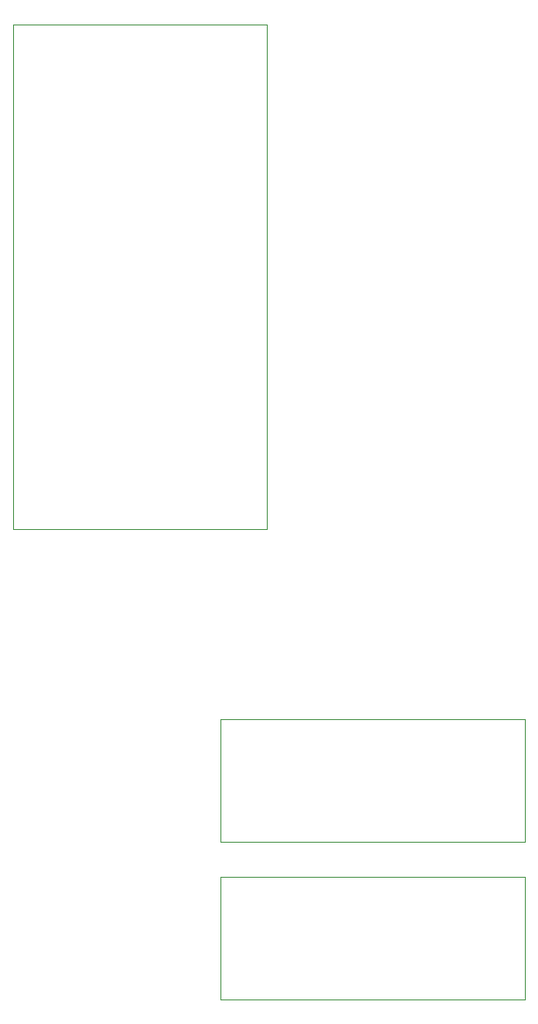
<source format=gbr>
G04 EasyPC Gerber Version 21.0.3 Build 4286 *
G04 #@! TF.Part,Single*
G04 #@! TF.FileFunction,Other,Design1 - Top Documentation *
G04 #@! TF.FilePolarity,Positive *
%FSLAX35Y35*%
%MOIN*%
%ADD28C,0.00197*%
%ADD12C,0.00394*%
X0Y0D02*
D02*
D12*
X180801Y50329D02*
X296943D01*
Y96982*
X180801*
Y50329*
Y110329D02*
X296943D01*
Y156982*
X180801*
Y110329*
D02*
D28*
X101833Y421234D02*
X198667D01*
Y229266*
X101833*
Y421234*
X0Y0D02*
M02*

</source>
